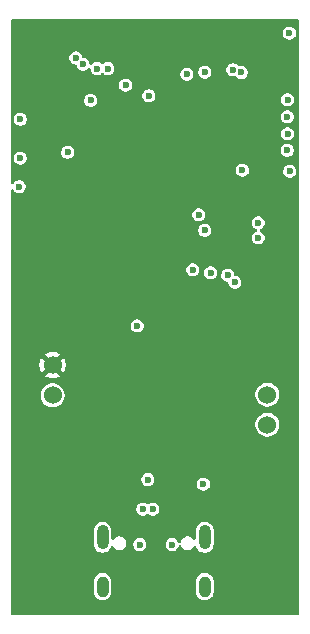
<source format=gbr>
%TF.GenerationSoftware,KiCad,Pcbnew,9.0.5*%
%TF.CreationDate,2025-11-05T18:30:54-05:00*%
%TF.ProjectId,flight-computer,666c6967-6874-42d6-936f-6d7075746572,rev?*%
%TF.SameCoordinates,Original*%
%TF.FileFunction,Copper,L2,Inr*%
%TF.FilePolarity,Positive*%
%FSLAX46Y46*%
G04 Gerber Fmt 4.6, Leading zero omitted, Abs format (unit mm)*
G04 Created by KiCad (PCBNEW 9.0.5) date 2025-11-05 18:30:54*
%MOMM*%
%LPD*%
G01*
G04 APERTURE LIST*
%TA.AperFunction,ComponentPad*%
%ADD10C,1.524000*%
%TD*%
%TA.AperFunction,HeatsinkPad*%
%ADD11O,1.000000X1.800000*%
%TD*%
%TA.AperFunction,HeatsinkPad*%
%ADD12O,1.000000X2.100000*%
%TD*%
%TA.AperFunction,ComponentPad*%
%ADD13C,3.800000*%
%TD*%
%TA.AperFunction,HeatsinkPad*%
%ADD14C,0.600000*%
%TD*%
%TA.AperFunction,ViaPad*%
%ADD15C,0.600000*%
%TD*%
G04 APERTURE END LIST*
D10*
%TO.N,Net-(J6-Pin_2)*%
%TO.C,J6*%
X154281895Y-111071655D03*
%TO.N,Net-(J6-Pin_1)*%
X154281895Y-113611655D03*
%TD*%
%TO.N,VBUS*%
%TO.C,J3*%
X136106895Y-111111555D03*
%TO.N,GND*%
X136106895Y-108571555D03*
%TD*%
D11*
%TO.N,unconnected-(J5-SHIELD-PadS1)_3*%
%TO.C,J5*%
X148981895Y-127321555D03*
D12*
%TO.N,unconnected-(J5-SHIELD-PadS1)_2*%
X148981895Y-123141555D03*
D11*
%TO.N,unconnected-(J5-SHIELD-PadS1)_1*%
X140341895Y-127321555D03*
D12*
%TO.N,unconnected-(J5-SHIELD-PadS1)*%
X140341895Y-123141555D03*
%TD*%
D13*
%TO.N,GND*%
%TO.C,H2*%
X153982000Y-103200000D03*
%TD*%
%TO.N,GND*%
%TO.C,H4*%
X153982000Y-126450000D03*
%TD*%
%TO.N,GND*%
%TO.C,H1*%
X135582000Y-103200000D03*
%TD*%
%TO.N,GND*%
%TO.C,H3*%
X135582000Y-126450000D03*
%TD*%
D14*
%TO.N,GND*%
%TO.C,U2*%
X144867600Y-88300000D03*
X144867600Y-89700000D03*
X145567600Y-87600000D03*
X145567600Y-89000000D03*
X145567600Y-90400000D03*
X146267600Y-88300000D03*
X146267600Y-89700000D03*
X146967600Y-87600000D03*
X146967600Y-89000000D03*
X146967600Y-90400000D03*
X147667600Y-88300000D03*
X147667600Y-89700000D03*
%TD*%
D15*
%TO.N,GND*%
X155281895Y-84346555D03*
X156581895Y-84246555D03*
%TO.N,+3.3V*%
X156161895Y-80446555D03*
%TO.N,GND*%
X146981895Y-103546555D03*
X134481895Y-90946555D03*
X144781895Y-97346555D03*
X148481895Y-81446555D03*
%TO.N,+3.3V*%
X148981895Y-83746555D03*
%TO.N,GND*%
X148181895Y-82746555D03*
%TO.N,+3.3V*%
X148881895Y-118646555D03*
%TO.N,GND*%
X142981895Y-109746555D03*
%TO.N,+3.3V*%
X143256895Y-105246555D03*
%TO.N,GND*%
X142981895Y-102246555D03*
X144981895Y-109746555D03*
X137981895Y-85246555D03*
X152250362Y-90043964D03*
X152223613Y-85524835D03*
X152250801Y-87060929D03*
X152250801Y-88556242D03*
X141481895Y-105246555D03*
%TO.N,+3.3V*%
X144267601Y-85746555D03*
%TO.N,GND*%
X147231895Y-107746555D03*
X147281895Y-104546555D03*
X153981895Y-80146555D03*
X148731895Y-113996555D03*
X144999494Y-86343110D03*
X147231895Y-113996555D03*
X141481895Y-101246555D03*
X148231895Y-121246555D03*
X141481895Y-121246555D03*
%TO.N,+3.3V*%
X139331895Y-86146555D03*
X148481895Y-95846555D03*
X144181895Y-118246555D03*
X148981895Y-97146555D03*
%TO.N,USB_D-*%
X143736895Y-120746555D03*
%TO.N,USB_D+*%
X144586895Y-120746555D03*
%TO.N,Net-(J5-CC2)*%
X146231895Y-123746555D03*
%TO.N,Remote Start 1*%
X149481895Y-100746555D03*
%TO.N,Remote Start 2*%
X147981895Y-100496555D03*
%TO.N,Net-(J5-CC1)*%
X143481895Y-123746555D03*
%TO.N,Net-(J1-Pin_6)*%
X133281895Y-93446555D03*
%TO.N,LSM_CS*%
X151381895Y-83546555D03*
%TO.N,LSM_MISO*%
X140781895Y-83446555D03*
%TO.N,LSM_INT2*%
X147481895Y-83946555D03*
%TO.N,LSM_INT1*%
X142281895Y-84846555D03*
%TO.N,LSM_MOSI*%
X139881895Y-83446555D03*
%TO.N,FIN_DRDY*%
X137381895Y-90546555D03*
%TO.N,FIN_RST*%
X152181895Y-92046555D03*
%TO.N,LSM_SCK*%
X152093410Y-83783727D03*
%TO.N,Net-(J1-Pin_4)*%
X133381895Y-87746555D03*
%TO.N,Net-(J2-Pin_2)*%
X156181895Y-92146555D03*
%TO.N,IMP_OUT1*%
X138081895Y-82546555D03*
%TO.N,IMP_OUT2*%
X138681895Y-83089449D03*
%TO.N,Net-(J1-Pin_5)*%
X133381895Y-91046555D03*
%TO.N,Net-(J2-Pin_6)*%
X155997193Y-86078955D03*
%TO.N,Net-(J2-Pin_4)*%
X155997193Y-88978955D03*
%TO.N,Net-(J2-Pin_3)*%
X155981549Y-90380854D03*
%TO.N,Net-(J2-Pin_5)*%
X155981895Y-87546555D03*
%TO.N,USB_D-*%
X150931374Y-100946034D03*
%TO.N,USB_D+*%
X151532416Y-101547076D03*
%TO.N,USB_D-*%
X153517600Y-96520000D03*
%TO.N,USB_D+*%
X153517600Y-97790000D03*
%TD*%
%TA.AperFunction,Conductor*%
%TO.N,GND*%
G36*
X156922539Y-79266740D02*
G01*
X156968294Y-79319544D01*
X156979500Y-79371055D01*
X156979500Y-129622055D01*
X156959815Y-129689094D01*
X156907011Y-129734849D01*
X156855500Y-129746055D01*
X132704500Y-129746055D01*
X132637461Y-129726370D01*
X132591706Y-129673566D01*
X132580500Y-129622055D01*
X132580500Y-127795475D01*
X139591394Y-127795475D01*
X139620235Y-127940462D01*
X139620238Y-127940472D01*
X139676807Y-128077043D01*
X139676814Y-128077056D01*
X139758943Y-128199970D01*
X139758946Y-128199974D01*
X139863475Y-128304503D01*
X139863479Y-128304506D01*
X139986393Y-128386635D01*
X139986406Y-128386642D01*
X140122977Y-128443211D01*
X140122982Y-128443213D01*
X140122986Y-128443213D01*
X140122987Y-128443214D01*
X140267974Y-128472055D01*
X140267977Y-128472055D01*
X140415815Y-128472055D01*
X140513357Y-128452651D01*
X140560808Y-128443213D01*
X140697390Y-128386639D01*
X140820311Y-128304506D01*
X140924846Y-128199971D01*
X141006979Y-128077050D01*
X141063553Y-127940468D01*
X141092395Y-127795475D01*
X148231394Y-127795475D01*
X148260235Y-127940462D01*
X148260238Y-127940472D01*
X148316807Y-128077043D01*
X148316814Y-128077056D01*
X148398943Y-128199970D01*
X148398946Y-128199974D01*
X148503475Y-128304503D01*
X148503479Y-128304506D01*
X148626393Y-128386635D01*
X148626406Y-128386642D01*
X148762977Y-128443211D01*
X148762982Y-128443213D01*
X148762986Y-128443213D01*
X148762987Y-128443214D01*
X148907974Y-128472055D01*
X148907977Y-128472055D01*
X149055815Y-128472055D01*
X149153357Y-128452651D01*
X149200808Y-128443213D01*
X149337390Y-128386639D01*
X149460311Y-128304506D01*
X149564846Y-128199971D01*
X149646979Y-128077050D01*
X149703553Y-127940468D01*
X149732395Y-127795473D01*
X149732395Y-126847637D01*
X149732395Y-126847634D01*
X149703554Y-126702647D01*
X149703553Y-126702646D01*
X149703553Y-126702642D01*
X149703551Y-126702637D01*
X149646982Y-126566066D01*
X149646975Y-126566053D01*
X149564846Y-126443139D01*
X149564843Y-126443135D01*
X149460314Y-126338606D01*
X149460310Y-126338603D01*
X149337396Y-126256474D01*
X149337383Y-126256467D01*
X149200812Y-126199898D01*
X149200802Y-126199895D01*
X149055815Y-126171055D01*
X149055813Y-126171055D01*
X148907977Y-126171055D01*
X148907975Y-126171055D01*
X148762987Y-126199895D01*
X148762977Y-126199898D01*
X148626406Y-126256467D01*
X148626393Y-126256474D01*
X148503479Y-126338603D01*
X148503475Y-126338606D01*
X148398946Y-126443135D01*
X148398943Y-126443139D01*
X148316814Y-126566053D01*
X148316807Y-126566066D01*
X148260238Y-126702637D01*
X148260235Y-126702647D01*
X148231395Y-126847634D01*
X148231395Y-126847637D01*
X148231395Y-127795473D01*
X148231395Y-127795475D01*
X148231394Y-127795475D01*
X141092395Y-127795475D01*
X141092395Y-127795473D01*
X141092395Y-126847637D01*
X141092395Y-126847634D01*
X141063554Y-126702647D01*
X141063553Y-126702646D01*
X141063553Y-126702642D01*
X141063551Y-126702637D01*
X141006982Y-126566066D01*
X141006975Y-126566053D01*
X140924846Y-126443139D01*
X140924843Y-126443135D01*
X140820314Y-126338606D01*
X140820310Y-126338603D01*
X140697396Y-126256474D01*
X140697383Y-126256467D01*
X140560812Y-126199898D01*
X140560802Y-126199895D01*
X140415815Y-126171055D01*
X140415813Y-126171055D01*
X140267977Y-126171055D01*
X140267975Y-126171055D01*
X140122987Y-126199895D01*
X140122977Y-126199898D01*
X139986406Y-126256467D01*
X139986393Y-126256474D01*
X139863479Y-126338603D01*
X139863475Y-126338606D01*
X139758946Y-126443135D01*
X139758943Y-126443139D01*
X139676814Y-126566053D01*
X139676807Y-126566066D01*
X139620238Y-126702637D01*
X139620235Y-126702647D01*
X139591395Y-126847634D01*
X139591395Y-126847637D01*
X139591395Y-127795473D01*
X139591395Y-127795475D01*
X139591394Y-127795475D01*
X132580500Y-127795475D01*
X132580500Y-123765475D01*
X139591394Y-123765475D01*
X139620235Y-123910462D01*
X139620238Y-123910472D01*
X139676807Y-124047043D01*
X139676814Y-124047056D01*
X139758943Y-124169970D01*
X139758946Y-124169974D01*
X139863475Y-124274503D01*
X139863479Y-124274506D01*
X139986393Y-124356635D01*
X139986406Y-124356642D01*
X140122977Y-124413211D01*
X140122982Y-124413213D01*
X140122986Y-124413213D01*
X140122987Y-124413214D01*
X140267974Y-124442055D01*
X140267977Y-124442055D01*
X140415815Y-124442055D01*
X140513357Y-124422651D01*
X140560808Y-124413213D01*
X140697390Y-124356639D01*
X140820311Y-124274506D01*
X140924846Y-124169971D01*
X141006979Y-124047050D01*
X141050488Y-123942008D01*
X141094326Y-123887610D01*
X141160620Y-123865544D01*
X141228319Y-123882823D01*
X141272434Y-123927464D01*
X141311380Y-123994920D01*
X141418530Y-124102070D01*
X141549760Y-124177836D01*
X141696129Y-124217055D01*
X141696131Y-124217055D01*
X141847659Y-124217055D01*
X141847661Y-124217055D01*
X141994030Y-124177836D01*
X142125260Y-124102070D01*
X142232410Y-123994920D01*
X142308176Y-123863690D01*
X142347395Y-123717321D01*
X142347395Y-123674080D01*
X142931395Y-123674080D01*
X142931395Y-123819030D01*
X142964349Y-123942013D01*
X142968912Y-123959043D01*
X143041383Y-124084566D01*
X143041385Y-124084568D01*
X143041386Y-124084570D01*
X143143880Y-124187064D01*
X143143881Y-124187065D01*
X143143883Y-124187066D01*
X143269406Y-124259537D01*
X143269407Y-124259537D01*
X143269410Y-124259539D01*
X143409420Y-124297055D01*
X143409423Y-124297055D01*
X143554367Y-124297055D01*
X143554370Y-124297055D01*
X143694380Y-124259539D01*
X143819910Y-124187064D01*
X143922404Y-124084570D01*
X143994879Y-123959040D01*
X144032395Y-123819030D01*
X144032395Y-123674080D01*
X145681395Y-123674080D01*
X145681395Y-123819030D01*
X145714349Y-123942013D01*
X145718912Y-123959043D01*
X145791383Y-124084566D01*
X145791385Y-124084568D01*
X145791386Y-124084570D01*
X145893880Y-124187064D01*
X145893881Y-124187065D01*
X145893883Y-124187066D01*
X146019406Y-124259537D01*
X146019407Y-124259537D01*
X146019410Y-124259539D01*
X146159420Y-124297055D01*
X146159423Y-124297055D01*
X146304367Y-124297055D01*
X146304370Y-124297055D01*
X146444380Y-124259539D01*
X146569910Y-124187064D01*
X146672404Y-124084570D01*
X146744879Y-123959040D01*
X146773247Y-123853168D01*
X146809611Y-123793511D01*
X146872458Y-123762982D01*
X146941834Y-123771277D01*
X146995712Y-123815762D01*
X147012794Y-123853168D01*
X147015614Y-123863690D01*
X147091380Y-123994920D01*
X147198530Y-124102070D01*
X147329760Y-124177836D01*
X147476129Y-124217055D01*
X147476131Y-124217055D01*
X147627659Y-124217055D01*
X147627661Y-124217055D01*
X147774030Y-124177836D01*
X147905260Y-124102070D01*
X148012410Y-123994920D01*
X148051355Y-123927464D01*
X148101922Y-123879249D01*
X148170529Y-123866026D01*
X148235394Y-123891994D01*
X148273303Y-123942013D01*
X148316807Y-124047043D01*
X148316814Y-124047056D01*
X148398943Y-124169970D01*
X148398946Y-124169974D01*
X148503475Y-124274503D01*
X148503479Y-124274506D01*
X148626393Y-124356635D01*
X148626406Y-124356642D01*
X148762977Y-124413211D01*
X148762982Y-124413213D01*
X148762986Y-124413213D01*
X148762987Y-124413214D01*
X148907974Y-124442055D01*
X148907977Y-124442055D01*
X149055815Y-124442055D01*
X149153357Y-124422651D01*
X149200808Y-124413213D01*
X149337390Y-124356639D01*
X149460311Y-124274506D01*
X149564846Y-124169971D01*
X149646979Y-124047050D01*
X149703553Y-123910468D01*
X149726818Y-123793511D01*
X149732395Y-123765475D01*
X149732395Y-122517634D01*
X149703554Y-122372647D01*
X149703553Y-122372646D01*
X149703553Y-122372642D01*
X149703551Y-122372637D01*
X149646982Y-122236066D01*
X149646975Y-122236053D01*
X149564846Y-122113139D01*
X149564843Y-122113135D01*
X149460314Y-122008606D01*
X149460310Y-122008603D01*
X149337396Y-121926474D01*
X149337383Y-121926467D01*
X149200812Y-121869898D01*
X149200802Y-121869895D01*
X149055815Y-121841055D01*
X149055813Y-121841055D01*
X148907977Y-121841055D01*
X148907975Y-121841055D01*
X148762987Y-121869895D01*
X148762977Y-121869898D01*
X148626406Y-121926467D01*
X148626393Y-121926474D01*
X148503479Y-122008603D01*
X148503475Y-122008606D01*
X148398946Y-122113135D01*
X148398943Y-122113139D01*
X148316814Y-122236053D01*
X148316807Y-122236066D01*
X148260238Y-122372637D01*
X148260235Y-122372647D01*
X148231395Y-122517634D01*
X148231395Y-123208285D01*
X148211710Y-123275324D01*
X148158906Y-123321079D01*
X148089748Y-123331023D01*
X148026192Y-123301998D01*
X148018383Y-123293710D01*
X148018157Y-123293937D01*
X147905262Y-123181042D01*
X147905260Y-123181040D01*
X147839645Y-123143157D01*
X147774031Y-123105274D01*
X147700845Y-123085664D01*
X147627661Y-123066055D01*
X147476129Y-123066055D01*
X147329758Y-123105274D01*
X147198530Y-123181040D01*
X147198527Y-123181042D01*
X147091382Y-123288187D01*
X147091380Y-123288190D01*
X147015615Y-123419418D01*
X146984661Y-123534939D01*
X146948296Y-123594599D01*
X146885449Y-123625128D01*
X146816073Y-123616833D01*
X146762195Y-123572348D01*
X146748117Y-123541520D01*
X146747987Y-123541574D01*
X146746478Y-123537931D01*
X146745111Y-123534939D01*
X146744879Y-123534070D01*
X146744877Y-123534066D01*
X146744877Y-123534065D01*
X146672406Y-123408543D01*
X146672401Y-123408537D01*
X146569912Y-123306048D01*
X146569906Y-123306043D01*
X146444383Y-123233572D01*
X146444384Y-123233572D01*
X146432901Y-123230495D01*
X146304370Y-123196055D01*
X146159420Y-123196055D01*
X146030888Y-123230495D01*
X146019406Y-123233572D01*
X145893883Y-123306043D01*
X145893877Y-123306048D01*
X145791388Y-123408537D01*
X145791383Y-123408543D01*
X145718912Y-123534066D01*
X145718911Y-123534070D01*
X145681395Y-123674080D01*
X144032395Y-123674080D01*
X143994879Y-123534070D01*
X143928684Y-123419418D01*
X143922406Y-123408543D01*
X143922401Y-123408537D01*
X143819912Y-123306048D01*
X143819906Y-123306043D01*
X143694383Y-123233572D01*
X143694384Y-123233572D01*
X143682901Y-123230495D01*
X143554370Y-123196055D01*
X143409420Y-123196055D01*
X143280888Y-123230495D01*
X143269406Y-123233572D01*
X143143883Y-123306043D01*
X143143877Y-123306048D01*
X143041388Y-123408537D01*
X143041383Y-123408543D01*
X142968912Y-123534066D01*
X142968911Y-123534070D01*
X142931395Y-123674080D01*
X142347395Y-123674080D01*
X142347395Y-123565789D01*
X142308176Y-123419420D01*
X142232410Y-123288190D01*
X142125260Y-123181040D01*
X142059645Y-123143157D01*
X141994031Y-123105274D01*
X141920845Y-123085664D01*
X141847661Y-123066055D01*
X141696129Y-123066055D01*
X141549758Y-123105274D01*
X141418530Y-123181040D01*
X141418527Y-123181042D01*
X141305633Y-123293937D01*
X141303614Y-123291918D01*
X141258340Y-123324975D01*
X141188593Y-123329128D01*
X141127674Y-123294914D01*
X141094923Y-123233196D01*
X141092395Y-123208285D01*
X141092395Y-122517634D01*
X141063554Y-122372647D01*
X141063553Y-122372646D01*
X141063553Y-122372642D01*
X141063551Y-122372637D01*
X141006982Y-122236066D01*
X141006975Y-122236053D01*
X140924846Y-122113139D01*
X140924843Y-122113135D01*
X140820314Y-122008606D01*
X140820310Y-122008603D01*
X140697396Y-121926474D01*
X140697383Y-121926467D01*
X140560812Y-121869898D01*
X140560802Y-121869895D01*
X140415815Y-121841055D01*
X140415813Y-121841055D01*
X140267977Y-121841055D01*
X140267975Y-121841055D01*
X140122987Y-121869895D01*
X140122977Y-121869898D01*
X139986406Y-121926467D01*
X139986393Y-121926474D01*
X139863479Y-122008603D01*
X139863475Y-122008606D01*
X139758946Y-122113135D01*
X139758943Y-122113139D01*
X139676814Y-122236053D01*
X139676807Y-122236066D01*
X139620238Y-122372637D01*
X139620235Y-122372647D01*
X139591395Y-122517634D01*
X139591395Y-122517637D01*
X139591395Y-123765473D01*
X139591395Y-123765475D01*
X139591394Y-123765475D01*
X132580500Y-123765475D01*
X132580500Y-120674080D01*
X143186395Y-120674080D01*
X143186395Y-120819030D01*
X143223911Y-120959040D01*
X143223912Y-120959043D01*
X143296383Y-121084566D01*
X143296385Y-121084568D01*
X143296386Y-121084570D01*
X143398880Y-121187064D01*
X143398881Y-121187065D01*
X143398883Y-121187066D01*
X143524406Y-121259537D01*
X143524407Y-121259537D01*
X143524410Y-121259539D01*
X143664420Y-121297055D01*
X143664423Y-121297055D01*
X143809367Y-121297055D01*
X143809370Y-121297055D01*
X143949380Y-121259539D01*
X144074910Y-121187064D01*
X144074914Y-121187059D01*
X144081356Y-121182117D01*
X144082298Y-121183345D01*
X144135537Y-121154275D01*
X144205229Y-121159259D01*
X144241892Y-121182822D01*
X144242434Y-121182117D01*
X144248883Y-121187066D01*
X144374406Y-121259537D01*
X144374407Y-121259537D01*
X144374410Y-121259539D01*
X144514420Y-121297055D01*
X144514423Y-121297055D01*
X144659367Y-121297055D01*
X144659370Y-121297055D01*
X144799380Y-121259539D01*
X144924910Y-121187064D01*
X145027404Y-121084570D01*
X145099879Y-120959040D01*
X145137395Y-120819030D01*
X145137395Y-120674080D01*
X145099879Y-120534070D01*
X145027404Y-120408540D01*
X144924910Y-120306046D01*
X144924908Y-120306045D01*
X144924906Y-120306043D01*
X144799383Y-120233572D01*
X144799384Y-120233572D01*
X144787901Y-120230495D01*
X144659370Y-120196055D01*
X144514420Y-120196055D01*
X144385888Y-120230495D01*
X144374406Y-120233572D01*
X144248883Y-120306043D01*
X144242434Y-120310993D01*
X144241491Y-120309764D01*
X144188253Y-120338835D01*
X144118561Y-120333851D01*
X144081897Y-120310287D01*
X144081356Y-120310993D01*
X144074906Y-120306043D01*
X143949383Y-120233572D01*
X143949384Y-120233572D01*
X143937901Y-120230495D01*
X143809370Y-120196055D01*
X143664420Y-120196055D01*
X143535888Y-120230495D01*
X143524406Y-120233572D01*
X143398883Y-120306043D01*
X143398877Y-120306048D01*
X143296388Y-120408537D01*
X143296383Y-120408543D01*
X143223912Y-120534066D01*
X143223911Y-120534070D01*
X143186395Y-120674080D01*
X132580500Y-120674080D01*
X132580500Y-118174080D01*
X143631395Y-118174080D01*
X143631395Y-118319030D01*
X143668911Y-118459040D01*
X143668912Y-118459043D01*
X143741383Y-118584566D01*
X143741385Y-118584568D01*
X143741386Y-118584570D01*
X143843880Y-118687064D01*
X143843881Y-118687065D01*
X143843883Y-118687066D01*
X143969406Y-118759537D01*
X143969407Y-118759537D01*
X143969410Y-118759539D01*
X144109420Y-118797055D01*
X144109423Y-118797055D01*
X144254367Y-118797055D01*
X144254370Y-118797055D01*
X144394380Y-118759539D01*
X144519910Y-118687064D01*
X144622404Y-118584570D01*
X144628460Y-118574080D01*
X148331395Y-118574080D01*
X148331395Y-118719030D01*
X148352302Y-118797055D01*
X148368912Y-118859043D01*
X148441383Y-118984566D01*
X148441385Y-118984568D01*
X148441386Y-118984570D01*
X148543880Y-119087064D01*
X148543881Y-119087065D01*
X148543883Y-119087066D01*
X148669406Y-119159537D01*
X148669407Y-119159537D01*
X148669410Y-119159539D01*
X148809420Y-119197055D01*
X148809423Y-119197055D01*
X148954367Y-119197055D01*
X148954370Y-119197055D01*
X149094380Y-119159539D01*
X149219910Y-119087064D01*
X149322404Y-118984570D01*
X149394879Y-118859040D01*
X149432395Y-118719030D01*
X149432395Y-118574080D01*
X149394879Y-118434070D01*
X149328460Y-118319030D01*
X149322406Y-118308543D01*
X149322401Y-118308537D01*
X149219912Y-118206048D01*
X149219906Y-118206043D01*
X149094383Y-118133572D01*
X149094384Y-118133572D01*
X149082901Y-118130495D01*
X148954370Y-118096055D01*
X148809420Y-118096055D01*
X148680888Y-118130495D01*
X148669406Y-118133572D01*
X148543883Y-118206043D01*
X148543877Y-118206048D01*
X148441388Y-118308537D01*
X148441383Y-118308543D01*
X148368912Y-118434066D01*
X148368911Y-118434070D01*
X148331395Y-118574080D01*
X144628460Y-118574080D01*
X144694879Y-118459040D01*
X144732395Y-118319030D01*
X144732395Y-118174080D01*
X144694879Y-118034070D01*
X144622404Y-117908540D01*
X144519910Y-117806046D01*
X144519908Y-117806045D01*
X144519906Y-117806043D01*
X144394383Y-117733572D01*
X144394384Y-117733572D01*
X144382901Y-117730495D01*
X144254370Y-117696055D01*
X144109420Y-117696055D01*
X143980888Y-117730495D01*
X143969406Y-117733572D01*
X143843883Y-117806043D01*
X143843877Y-117806048D01*
X143741388Y-117908537D01*
X143741383Y-117908543D01*
X143668912Y-118034066D01*
X143668911Y-118034070D01*
X143631395Y-118174080D01*
X132580500Y-118174080D01*
X132580500Y-113711380D01*
X153269394Y-113711380D01*
X153308303Y-113906984D01*
X153308306Y-113906994D01*
X153384625Y-114091247D01*
X153384632Y-114091260D01*
X153495434Y-114257085D01*
X153495437Y-114257089D01*
X153636460Y-114398112D01*
X153636464Y-114398115D01*
X153802289Y-114508917D01*
X153802302Y-114508924D01*
X153986555Y-114585243D01*
X153986560Y-114585245D01*
X153986564Y-114585245D01*
X153986565Y-114585246D01*
X154182169Y-114624155D01*
X154182172Y-114624155D01*
X154381620Y-114624155D01*
X154513219Y-114597977D01*
X154577230Y-114585245D01*
X154761494Y-114508921D01*
X154927326Y-114398115D01*
X155068355Y-114257086D01*
X155179161Y-114091254D01*
X155255485Y-113906990D01*
X155294395Y-113711378D01*
X155294395Y-113511932D01*
X155294395Y-113511929D01*
X155255486Y-113316325D01*
X155255485Y-113316324D01*
X155255485Y-113316320D01*
X155255483Y-113316315D01*
X155179164Y-113132062D01*
X155179157Y-113132049D01*
X155068355Y-112966224D01*
X155068352Y-112966220D01*
X154927329Y-112825197D01*
X154927325Y-112825194D01*
X154761500Y-112714392D01*
X154761487Y-112714385D01*
X154577234Y-112638066D01*
X154577224Y-112638063D01*
X154381620Y-112599155D01*
X154381618Y-112599155D01*
X154182172Y-112599155D01*
X154182170Y-112599155D01*
X153986565Y-112638063D01*
X153986555Y-112638066D01*
X153802302Y-112714385D01*
X153802289Y-112714392D01*
X153636464Y-112825194D01*
X153636460Y-112825197D01*
X153495437Y-112966220D01*
X153495434Y-112966224D01*
X153384632Y-113132049D01*
X153384625Y-113132062D01*
X153308306Y-113316315D01*
X153308303Y-113316325D01*
X153269395Y-113511929D01*
X153269395Y-113511932D01*
X153269395Y-113711378D01*
X153269395Y-113711380D01*
X153269394Y-113711380D01*
X132580500Y-113711380D01*
X132580500Y-111211280D01*
X135094394Y-111211280D01*
X135133303Y-111406884D01*
X135133306Y-111406894D01*
X135209625Y-111591147D01*
X135209632Y-111591160D01*
X135320434Y-111756985D01*
X135320437Y-111756989D01*
X135461460Y-111898012D01*
X135461464Y-111898015D01*
X135627289Y-112008817D01*
X135627302Y-112008824D01*
X135715234Y-112045246D01*
X135811560Y-112085145D01*
X135811564Y-112085145D01*
X135811565Y-112085146D01*
X136007169Y-112124055D01*
X136007172Y-112124055D01*
X136206620Y-112124055D01*
X136338219Y-112097877D01*
X136402230Y-112085145D01*
X136586494Y-112008821D01*
X136752326Y-111898015D01*
X136893355Y-111756986D01*
X137004161Y-111591154D01*
X137020686Y-111551260D01*
X137080483Y-111406894D01*
X137080485Y-111406890D01*
X137119395Y-111211278D01*
X137119395Y-111171380D01*
X153269394Y-111171380D01*
X153308303Y-111366984D01*
X153308306Y-111366994D01*
X153384625Y-111551247D01*
X153384632Y-111551260D01*
X153495434Y-111717085D01*
X153495437Y-111717089D01*
X153636460Y-111858112D01*
X153636464Y-111858115D01*
X153802289Y-111968917D01*
X153802302Y-111968924D01*
X153986555Y-112045243D01*
X153986560Y-112045245D01*
X153986564Y-112045245D01*
X153986565Y-112045246D01*
X154182169Y-112084155D01*
X154182172Y-112084155D01*
X154381620Y-112084155D01*
X154513219Y-112057977D01*
X154577230Y-112045245D01*
X154761494Y-111968921D01*
X154927326Y-111858115D01*
X155068355Y-111717086D01*
X155179161Y-111551254D01*
X155255485Y-111366990D01*
X155286458Y-111211280D01*
X155294395Y-111171380D01*
X155294395Y-110971929D01*
X155255486Y-110776325D01*
X155255485Y-110776324D01*
X155255485Y-110776320D01*
X155255483Y-110776315D01*
X155179164Y-110592062D01*
X155179157Y-110592049D01*
X155068355Y-110426224D01*
X155068352Y-110426220D01*
X154927329Y-110285197D01*
X154927325Y-110285194D01*
X154761500Y-110174392D01*
X154761487Y-110174385D01*
X154577234Y-110098066D01*
X154577224Y-110098063D01*
X154381620Y-110059155D01*
X154381618Y-110059155D01*
X154182172Y-110059155D01*
X154182170Y-110059155D01*
X153986565Y-110098063D01*
X153986555Y-110098066D01*
X153802302Y-110174385D01*
X153802289Y-110174392D01*
X153636464Y-110285194D01*
X153636460Y-110285197D01*
X153495437Y-110426220D01*
X153495434Y-110426224D01*
X153384632Y-110592049D01*
X153384625Y-110592062D01*
X153308306Y-110776315D01*
X153308303Y-110776325D01*
X153269395Y-110971929D01*
X153269395Y-110971932D01*
X153269395Y-111171378D01*
X153269395Y-111171380D01*
X153269394Y-111171380D01*
X137119395Y-111171380D01*
X137119395Y-111011832D01*
X137119395Y-111011829D01*
X137115059Y-110990032D01*
X137115059Y-110990031D01*
X137080486Y-110816227D01*
X137080486Y-110816225D01*
X137080485Y-110816220D01*
X137063956Y-110776315D01*
X137004164Y-110631962D01*
X137004157Y-110631949D01*
X136893355Y-110466124D01*
X136893352Y-110466120D01*
X136752329Y-110325097D01*
X136752325Y-110325094D01*
X136586500Y-110214292D01*
X136586487Y-110214285D01*
X136402234Y-110137966D01*
X136402224Y-110137963D01*
X136206620Y-110099055D01*
X136206618Y-110099055D01*
X136007172Y-110099055D01*
X136007170Y-110099055D01*
X135811565Y-110137963D01*
X135811555Y-110137966D01*
X135627302Y-110214285D01*
X135627289Y-110214292D01*
X135461464Y-110325094D01*
X135461460Y-110325097D01*
X135320437Y-110466120D01*
X135320434Y-110466124D01*
X135209632Y-110631949D01*
X135209625Y-110631962D01*
X135133306Y-110816215D01*
X135133303Y-110816225D01*
X135094395Y-111011829D01*
X135094395Y-111011832D01*
X135094395Y-111211278D01*
X135094395Y-111211280D01*
X135094394Y-111211280D01*
X132580500Y-111211280D01*
X132580500Y-108484033D01*
X134994895Y-108484033D01*
X134994895Y-108659076D01*
X135022276Y-108831950D01*
X135022276Y-108831953D01*
X135076362Y-108998412D01*
X135155827Y-109154370D01*
X135191768Y-109203837D01*
X135191769Y-109203838D01*
X135653082Y-108742524D01*
X135657184Y-108757832D01*
X135720719Y-108867878D01*
X135810572Y-108957731D01*
X135920618Y-109021266D01*
X135935924Y-109025367D01*
X135474610Y-109486680D01*
X135524080Y-109522623D01*
X135680037Y-109602087D01*
X135846498Y-109656173D01*
X136019374Y-109683555D01*
X136194416Y-109683555D01*
X136367290Y-109656173D01*
X136367293Y-109656173D01*
X136533752Y-109602087D01*
X136689710Y-109522622D01*
X136739177Y-109486681D01*
X136739177Y-109486680D01*
X136277865Y-109025367D01*
X136293172Y-109021266D01*
X136403218Y-108957731D01*
X136493071Y-108867878D01*
X136556606Y-108757832D01*
X136560707Y-108742525D01*
X137022020Y-109203837D01*
X137022021Y-109203837D01*
X137057962Y-109154370D01*
X137137427Y-108998412D01*
X137191513Y-108831953D01*
X137191513Y-108831950D01*
X137218895Y-108659076D01*
X137218895Y-108484033D01*
X137191513Y-108311159D01*
X137191513Y-108311156D01*
X137137427Y-108144697D01*
X137057963Y-107988740D01*
X137022020Y-107939271D01*
X137022020Y-107939270D01*
X136560707Y-108400583D01*
X136556606Y-108385278D01*
X136493071Y-108275232D01*
X136403218Y-108185379D01*
X136293172Y-108121844D01*
X136277865Y-108117742D01*
X136739178Y-107656429D01*
X136739177Y-107656428D01*
X136689710Y-107620487D01*
X136533752Y-107541022D01*
X136367291Y-107486936D01*
X136194416Y-107459555D01*
X136019374Y-107459555D01*
X135846499Y-107486936D01*
X135846496Y-107486936D01*
X135680037Y-107541022D01*
X135524076Y-107620489D01*
X135474611Y-107656427D01*
X135474611Y-107656429D01*
X135935925Y-108117742D01*
X135920618Y-108121844D01*
X135810572Y-108185379D01*
X135720719Y-108275232D01*
X135657184Y-108385278D01*
X135653082Y-108400584D01*
X135191769Y-107939271D01*
X135191767Y-107939271D01*
X135155829Y-107988736D01*
X135076362Y-108144697D01*
X135022276Y-108311156D01*
X135022276Y-108311159D01*
X134994895Y-108484033D01*
X132580500Y-108484033D01*
X132580500Y-105174080D01*
X142706395Y-105174080D01*
X142706395Y-105319030D01*
X142743911Y-105459040D01*
X142743912Y-105459043D01*
X142816383Y-105584566D01*
X142816385Y-105584568D01*
X142816386Y-105584570D01*
X142918880Y-105687064D01*
X142918881Y-105687065D01*
X142918883Y-105687066D01*
X143044406Y-105759537D01*
X143044407Y-105759537D01*
X143044410Y-105759539D01*
X143184420Y-105797055D01*
X143184423Y-105797055D01*
X143329367Y-105797055D01*
X143329370Y-105797055D01*
X143469380Y-105759539D01*
X143594910Y-105687064D01*
X143697404Y-105584570D01*
X143769879Y-105459040D01*
X143807395Y-105319030D01*
X143807395Y-105174080D01*
X143769879Y-105034070D01*
X143697404Y-104908540D01*
X143594910Y-104806046D01*
X143594908Y-104806045D01*
X143594906Y-104806043D01*
X143469383Y-104733572D01*
X143469384Y-104733572D01*
X143457901Y-104730495D01*
X143329370Y-104696055D01*
X143184420Y-104696055D01*
X143055888Y-104730495D01*
X143044406Y-104733572D01*
X142918883Y-104806043D01*
X142918877Y-104806048D01*
X142816388Y-104908537D01*
X142816383Y-104908543D01*
X142743912Y-105034066D01*
X142743911Y-105034070D01*
X142706395Y-105174080D01*
X132580500Y-105174080D01*
X132580500Y-100424080D01*
X147431395Y-100424080D01*
X147431395Y-100569030D01*
X147459544Y-100674082D01*
X147468912Y-100709043D01*
X147541383Y-100834566D01*
X147541385Y-100834568D01*
X147541386Y-100834570D01*
X147643880Y-100937064D01*
X147643881Y-100937065D01*
X147643883Y-100937066D01*
X147769406Y-101009537D01*
X147769407Y-101009537D01*
X147769410Y-101009539D01*
X147909420Y-101047055D01*
X147909423Y-101047055D01*
X148054367Y-101047055D01*
X148054370Y-101047055D01*
X148194380Y-101009539D01*
X148319910Y-100937064D01*
X148422404Y-100834570D01*
X148494879Y-100709040D01*
X148504247Y-100674080D01*
X148931395Y-100674080D01*
X148931395Y-100819030D01*
X148963023Y-100937066D01*
X148968912Y-100959043D01*
X149041383Y-101084566D01*
X149041385Y-101084568D01*
X149041386Y-101084570D01*
X149143880Y-101187064D01*
X149143881Y-101187065D01*
X149143883Y-101187066D01*
X149269406Y-101259537D01*
X149269407Y-101259537D01*
X149269410Y-101259539D01*
X149409420Y-101297055D01*
X149409423Y-101297055D01*
X149554367Y-101297055D01*
X149554370Y-101297055D01*
X149694380Y-101259539D01*
X149819910Y-101187064D01*
X149922404Y-101084570D01*
X149994879Y-100959040D01*
X150017784Y-100873559D01*
X150380874Y-100873559D01*
X150380874Y-101018509D01*
X150404470Y-101106569D01*
X150418391Y-101158522D01*
X150490862Y-101284045D01*
X150490864Y-101284047D01*
X150490865Y-101284049D01*
X150593359Y-101386543D01*
X150593360Y-101386544D01*
X150593362Y-101386545D01*
X150718885Y-101459016D01*
X150718886Y-101459016D01*
X150718889Y-101459018D01*
X150858899Y-101496534D01*
X150858902Y-101496534D01*
X150866959Y-101497595D01*
X150866756Y-101499129D01*
X150924955Y-101516219D01*
X150970710Y-101569023D01*
X150979973Y-101611607D01*
X150980855Y-101611491D01*
X150981915Y-101619547D01*
X151019433Y-101759564D01*
X151091904Y-101885087D01*
X151091906Y-101885089D01*
X151091907Y-101885091D01*
X151194401Y-101987585D01*
X151194402Y-101987586D01*
X151194404Y-101987587D01*
X151319927Y-102060058D01*
X151319928Y-102060058D01*
X151319931Y-102060060D01*
X151459941Y-102097576D01*
X151459944Y-102097576D01*
X151604888Y-102097576D01*
X151604891Y-102097576D01*
X151744901Y-102060060D01*
X151870431Y-101987585D01*
X151972925Y-101885091D01*
X152045400Y-101759561D01*
X152082916Y-101619551D01*
X152082916Y-101474601D01*
X152045400Y-101334591D01*
X152016219Y-101284049D01*
X151972927Y-101209064D01*
X151972922Y-101209058D01*
X151870433Y-101106569D01*
X151870427Y-101106564D01*
X151744904Y-101034093D01*
X151744905Y-101034093D01*
X151653269Y-101009539D01*
X151604891Y-100996576D01*
X151604887Y-100996575D01*
X151596831Y-100995515D01*
X151597033Y-100993980D01*
X151538835Y-100976891D01*
X151493080Y-100924087D01*
X151483816Y-100881502D01*
X151482935Y-100881619D01*
X151481874Y-100873562D01*
X151481874Y-100873561D01*
X151481874Y-100873559D01*
X151444358Y-100733549D01*
X151430209Y-100709043D01*
X151371885Y-100608022D01*
X151371880Y-100608016D01*
X151269391Y-100505527D01*
X151269385Y-100505522D01*
X151143862Y-100433051D01*
X151143863Y-100433051D01*
X151110390Y-100424082D01*
X151003849Y-100395534D01*
X150858899Y-100395534D01*
X150752358Y-100424082D01*
X150718885Y-100433051D01*
X150593362Y-100505522D01*
X150593356Y-100505527D01*
X150490867Y-100608016D01*
X150490862Y-100608022D01*
X150418391Y-100733545D01*
X150418390Y-100733549D01*
X150380874Y-100873559D01*
X150017784Y-100873559D01*
X150032395Y-100819030D01*
X150032395Y-100674080D01*
X149994879Y-100534070D01*
X149978398Y-100505525D01*
X149922406Y-100408543D01*
X149922401Y-100408537D01*
X149819912Y-100306048D01*
X149819906Y-100306043D01*
X149694383Y-100233572D01*
X149694384Y-100233572D01*
X149682901Y-100230495D01*
X149554370Y-100196055D01*
X149409420Y-100196055D01*
X149280888Y-100230495D01*
X149269406Y-100233572D01*
X149143883Y-100306043D01*
X149143877Y-100306048D01*
X149041388Y-100408537D01*
X149041383Y-100408543D01*
X148968912Y-100534066D01*
X148968911Y-100534070D01*
X148931395Y-100674080D01*
X148504247Y-100674080D01*
X148532395Y-100569030D01*
X148532395Y-100424080D01*
X148494879Y-100284070D01*
X148465723Y-100233571D01*
X148422406Y-100158543D01*
X148422401Y-100158537D01*
X148319912Y-100056048D01*
X148319906Y-100056043D01*
X148194383Y-99983572D01*
X148194384Y-99983572D01*
X148182901Y-99980495D01*
X148054370Y-99946055D01*
X147909420Y-99946055D01*
X147780888Y-99980495D01*
X147769406Y-99983572D01*
X147643883Y-100056043D01*
X147643877Y-100056048D01*
X147541388Y-100158537D01*
X147541383Y-100158543D01*
X147468912Y-100284066D01*
X147468911Y-100284070D01*
X147431395Y-100424080D01*
X132580500Y-100424080D01*
X132580500Y-97074080D01*
X148431395Y-97074080D01*
X148431395Y-97219030D01*
X148466353Y-97349493D01*
X148468912Y-97359043D01*
X148541383Y-97484566D01*
X148541385Y-97484568D01*
X148541386Y-97484570D01*
X148643880Y-97587064D01*
X148643881Y-97587065D01*
X148643883Y-97587066D01*
X148769406Y-97659537D01*
X148769407Y-97659537D01*
X148769410Y-97659539D01*
X148909420Y-97697055D01*
X148909423Y-97697055D01*
X149054367Y-97697055D01*
X149054370Y-97697055D01*
X149194380Y-97659539D01*
X149319910Y-97587064D01*
X149422404Y-97484570D01*
X149494879Y-97359040D01*
X149532395Y-97219030D01*
X149532395Y-97074080D01*
X149494879Y-96934070D01*
X149450968Y-96858015D01*
X149422406Y-96808543D01*
X149422401Y-96808537D01*
X149319912Y-96706048D01*
X149319906Y-96706043D01*
X149194383Y-96633572D01*
X149194384Y-96633572D01*
X149182901Y-96630495D01*
X149054370Y-96596055D01*
X148909420Y-96596055D01*
X148780888Y-96630495D01*
X148769406Y-96633572D01*
X148643883Y-96706043D01*
X148643877Y-96706048D01*
X148541388Y-96808537D01*
X148541383Y-96808543D01*
X148468912Y-96934066D01*
X148468911Y-96934070D01*
X148431395Y-97074080D01*
X132580500Y-97074080D01*
X132580500Y-96447525D01*
X152967100Y-96447525D01*
X152967100Y-96592475D01*
X152997531Y-96706043D01*
X153004617Y-96732488D01*
X153077088Y-96858011D01*
X153077090Y-96858013D01*
X153077091Y-96858015D01*
X153179585Y-96960509D01*
X153179586Y-96960510D01*
X153179588Y-96960511D01*
X153305111Y-97032982D01*
X153305112Y-97032982D01*
X153305115Y-97032984D01*
X153308986Y-97034021D01*
X153313481Y-97035226D01*
X153373141Y-97071591D01*
X153403669Y-97134439D01*
X153395374Y-97203814D01*
X153350888Y-97257691D01*
X153313481Y-97274774D01*
X153305116Y-97277015D01*
X153305111Y-97277017D01*
X153179588Y-97349488D01*
X153179582Y-97349493D01*
X153077093Y-97451982D01*
X153077088Y-97451988D01*
X153004617Y-97577511D01*
X153004616Y-97577515D01*
X152967100Y-97717525D01*
X152967100Y-97862475D01*
X153004616Y-98002485D01*
X153004617Y-98002488D01*
X153077088Y-98128011D01*
X153077090Y-98128013D01*
X153077091Y-98128015D01*
X153179585Y-98230509D01*
X153179586Y-98230510D01*
X153179588Y-98230511D01*
X153305111Y-98302982D01*
X153305112Y-98302982D01*
X153305115Y-98302984D01*
X153445125Y-98340500D01*
X153445128Y-98340500D01*
X153590072Y-98340500D01*
X153590075Y-98340500D01*
X153730085Y-98302984D01*
X153855615Y-98230509D01*
X153958109Y-98128015D01*
X154030584Y-98002485D01*
X154068100Y-97862475D01*
X154068100Y-97717525D01*
X154030584Y-97577515D01*
X153958109Y-97451985D01*
X153855615Y-97349491D01*
X153855613Y-97349490D01*
X153855611Y-97349488D01*
X153730087Y-97277017D01*
X153730086Y-97277016D01*
X153730085Y-97277016D01*
X153721718Y-97274774D01*
X153662059Y-97238410D01*
X153631530Y-97175563D01*
X153639825Y-97106188D01*
X153684310Y-97052310D01*
X153721717Y-97035226D01*
X153730085Y-97032984D01*
X153855615Y-96960509D01*
X153958109Y-96858015D01*
X154030584Y-96732485D01*
X154068100Y-96592475D01*
X154068100Y-96447525D01*
X154030584Y-96307515D01*
X153959601Y-96184570D01*
X153958111Y-96181988D01*
X153958106Y-96181982D01*
X153855617Y-96079493D01*
X153855611Y-96079488D01*
X153730088Y-96007017D01*
X153730089Y-96007017D01*
X153718606Y-96003940D01*
X153590075Y-95969500D01*
X153445125Y-95969500D01*
X153316593Y-96003940D01*
X153305111Y-96007017D01*
X153179588Y-96079488D01*
X153179582Y-96079493D01*
X153077093Y-96181982D01*
X153077088Y-96181988D01*
X153004617Y-96307511D01*
X153004616Y-96307515D01*
X152967100Y-96447525D01*
X132580500Y-96447525D01*
X132580500Y-95774080D01*
X147931395Y-95774080D01*
X147931395Y-95919030D01*
X147968911Y-96059040D01*
X147968912Y-96059043D01*
X148041383Y-96184566D01*
X148041385Y-96184568D01*
X148041386Y-96184570D01*
X148143880Y-96287064D01*
X148143881Y-96287065D01*
X148143883Y-96287066D01*
X148269406Y-96359537D01*
X148269407Y-96359537D01*
X148269410Y-96359539D01*
X148409420Y-96397055D01*
X148409423Y-96397055D01*
X148554367Y-96397055D01*
X148554370Y-96397055D01*
X148694380Y-96359539D01*
X148819910Y-96287064D01*
X148922404Y-96184570D01*
X148994879Y-96059040D01*
X149032395Y-95919030D01*
X149032395Y-95774080D01*
X148994879Y-95634070D01*
X148922404Y-95508540D01*
X148819910Y-95406046D01*
X148819908Y-95406045D01*
X148819906Y-95406043D01*
X148694383Y-95333572D01*
X148694384Y-95333572D01*
X148682901Y-95330495D01*
X148554370Y-95296055D01*
X148409420Y-95296055D01*
X148280888Y-95330495D01*
X148269406Y-95333572D01*
X148143883Y-95406043D01*
X148143877Y-95406048D01*
X148041388Y-95508537D01*
X148041383Y-95508543D01*
X147968912Y-95634066D01*
X147968911Y-95634070D01*
X147931395Y-95774080D01*
X132580500Y-95774080D01*
X132580500Y-93795476D01*
X132600185Y-93728437D01*
X132652989Y-93682682D01*
X132722147Y-93672738D01*
X132785703Y-93701763D01*
X132811886Y-93733475D01*
X132841386Y-93784570D01*
X132943880Y-93887064D01*
X132943881Y-93887065D01*
X132943883Y-93887066D01*
X133069406Y-93959537D01*
X133069407Y-93959537D01*
X133069410Y-93959539D01*
X133209420Y-93997055D01*
X133209423Y-93997055D01*
X133354367Y-93997055D01*
X133354370Y-93997055D01*
X133494380Y-93959539D01*
X133619910Y-93887064D01*
X133722404Y-93784570D01*
X133794879Y-93659040D01*
X133832395Y-93519030D01*
X133832395Y-93374080D01*
X133794879Y-93234070D01*
X133779740Y-93207849D01*
X133722406Y-93108543D01*
X133722401Y-93108537D01*
X133619912Y-93006048D01*
X133619906Y-93006043D01*
X133494383Y-92933572D01*
X133494384Y-92933572D01*
X133482901Y-92930495D01*
X133354370Y-92896055D01*
X133209420Y-92896055D01*
X133080888Y-92930495D01*
X133069406Y-92933572D01*
X132943883Y-93006043D01*
X132943877Y-93006048D01*
X132841388Y-93108537D01*
X132841386Y-93108540D01*
X132811887Y-93159634D01*
X132761319Y-93207849D01*
X132692712Y-93221071D01*
X132627848Y-93195103D01*
X132587320Y-93138189D01*
X132580500Y-93097633D01*
X132580500Y-91974080D01*
X151631395Y-91974080D01*
X151631395Y-92119030D01*
X151668911Y-92259040D01*
X151668912Y-92259043D01*
X151741383Y-92384566D01*
X151741385Y-92384568D01*
X151741386Y-92384570D01*
X151843880Y-92487064D01*
X151843881Y-92487065D01*
X151843883Y-92487066D01*
X151969406Y-92559537D01*
X151969407Y-92559537D01*
X151969410Y-92559539D01*
X152109420Y-92597055D01*
X152109423Y-92597055D01*
X152254367Y-92597055D01*
X152254370Y-92597055D01*
X152394380Y-92559539D01*
X152519910Y-92487064D01*
X152622404Y-92384570D01*
X152694879Y-92259040D01*
X152732395Y-92119030D01*
X152732395Y-92074080D01*
X155631395Y-92074080D01*
X155631395Y-92219030D01*
X155642116Y-92259040D01*
X155668912Y-92359043D01*
X155741383Y-92484566D01*
X155741385Y-92484568D01*
X155741386Y-92484570D01*
X155843880Y-92587064D01*
X155843881Y-92587065D01*
X155843883Y-92587066D01*
X155969406Y-92659537D01*
X155969407Y-92659537D01*
X155969410Y-92659539D01*
X156109420Y-92697055D01*
X156109423Y-92697055D01*
X156254367Y-92697055D01*
X156254370Y-92697055D01*
X156394380Y-92659539D01*
X156519910Y-92587064D01*
X156622404Y-92484570D01*
X156694879Y-92359040D01*
X156732395Y-92219030D01*
X156732395Y-92074080D01*
X156694879Y-91934070D01*
X156637141Y-91834066D01*
X156622406Y-91808543D01*
X156622401Y-91808537D01*
X156519912Y-91706048D01*
X156519906Y-91706043D01*
X156394383Y-91633572D01*
X156394384Y-91633572D01*
X156382901Y-91630495D01*
X156254370Y-91596055D01*
X156109420Y-91596055D01*
X155980888Y-91630495D01*
X155969406Y-91633572D01*
X155843883Y-91706043D01*
X155843877Y-91706048D01*
X155741388Y-91808537D01*
X155741383Y-91808543D01*
X155668912Y-91934066D01*
X155668911Y-91934070D01*
X155631395Y-92074080D01*
X152732395Y-92074080D01*
X152732395Y-91974080D01*
X152694879Y-91834070D01*
X152680139Y-91808540D01*
X152622406Y-91708543D01*
X152622401Y-91708537D01*
X152519912Y-91606048D01*
X152519906Y-91606043D01*
X152394383Y-91533572D01*
X152394384Y-91533572D01*
X152382901Y-91530495D01*
X152254370Y-91496055D01*
X152109420Y-91496055D01*
X151980888Y-91530495D01*
X151969406Y-91533572D01*
X151843883Y-91606043D01*
X151843877Y-91606048D01*
X151741388Y-91708537D01*
X151741383Y-91708543D01*
X151668912Y-91834066D01*
X151668911Y-91834070D01*
X151631395Y-91974080D01*
X132580500Y-91974080D01*
X132580500Y-90974080D01*
X132831395Y-90974080D01*
X132831395Y-91119030D01*
X132868911Y-91259040D01*
X132868912Y-91259043D01*
X132941383Y-91384566D01*
X132941385Y-91384568D01*
X132941386Y-91384570D01*
X133043880Y-91487064D01*
X133043881Y-91487065D01*
X133043883Y-91487066D01*
X133169406Y-91559537D01*
X133169407Y-91559537D01*
X133169410Y-91559539D01*
X133309420Y-91597055D01*
X133309423Y-91597055D01*
X133454367Y-91597055D01*
X133454370Y-91597055D01*
X133594380Y-91559539D01*
X133719910Y-91487064D01*
X133822404Y-91384570D01*
X133894879Y-91259040D01*
X133932395Y-91119030D01*
X133932395Y-90974080D01*
X133894879Y-90834070D01*
X133851560Y-90759040D01*
X133822406Y-90708543D01*
X133822401Y-90708537D01*
X133719912Y-90606048D01*
X133719910Y-90606046D01*
X133594380Y-90533571D01*
X133454370Y-90496055D01*
X133309420Y-90496055D01*
X133180888Y-90530495D01*
X133169406Y-90533572D01*
X133043883Y-90606043D01*
X133043877Y-90606048D01*
X132941388Y-90708537D01*
X132941383Y-90708543D01*
X132868912Y-90834066D01*
X132868911Y-90834070D01*
X132831395Y-90974080D01*
X132580500Y-90974080D01*
X132580500Y-90474080D01*
X136831395Y-90474080D01*
X136831395Y-90619030D01*
X136858146Y-90718865D01*
X136868912Y-90759043D01*
X136941383Y-90884566D01*
X136941385Y-90884568D01*
X136941386Y-90884570D01*
X137043880Y-90987064D01*
X137043881Y-90987065D01*
X137043883Y-90987066D01*
X137169406Y-91059537D01*
X137169407Y-91059537D01*
X137169410Y-91059539D01*
X137309420Y-91097055D01*
X137309423Y-91097055D01*
X137454367Y-91097055D01*
X137454370Y-91097055D01*
X137594380Y-91059539D01*
X137719910Y-90987064D01*
X137822404Y-90884570D01*
X137894879Y-90759040D01*
X137932395Y-90619030D01*
X137932395Y-90474080D01*
X137894879Y-90334070D01*
X137880047Y-90308381D01*
X137880046Y-90308379D01*
X155431049Y-90308379D01*
X155431049Y-90453329D01*
X155468565Y-90593339D01*
X155468566Y-90593342D01*
X155541037Y-90718865D01*
X155541039Y-90718867D01*
X155541040Y-90718869D01*
X155643534Y-90821363D01*
X155643535Y-90821364D01*
X155643537Y-90821365D01*
X155769060Y-90893836D01*
X155769061Y-90893836D01*
X155769064Y-90893838D01*
X155909074Y-90931354D01*
X155909077Y-90931354D01*
X156054021Y-90931354D01*
X156054024Y-90931354D01*
X156194034Y-90893838D01*
X156319564Y-90821363D01*
X156422058Y-90718869D01*
X156494533Y-90593339D01*
X156532049Y-90453329D01*
X156532049Y-90308379D01*
X156494533Y-90168369D01*
X156422058Y-90042839D01*
X156319564Y-89940345D01*
X156319562Y-89940344D01*
X156319560Y-89940342D01*
X156194037Y-89867871D01*
X156194038Y-89867871D01*
X156182555Y-89864794D01*
X156054024Y-89830354D01*
X155909074Y-89830354D01*
X155780542Y-89864794D01*
X155769060Y-89867871D01*
X155643537Y-89940342D01*
X155643531Y-89940347D01*
X155541042Y-90042836D01*
X155541037Y-90042842D01*
X155468566Y-90168365D01*
X155468565Y-90168369D01*
X155431049Y-90308379D01*
X137880046Y-90308379D01*
X137822406Y-90208543D01*
X137822401Y-90208537D01*
X137719912Y-90106048D01*
X137719906Y-90106043D01*
X137594383Y-90033572D01*
X137594384Y-90033572D01*
X137582901Y-90030495D01*
X137454370Y-89996055D01*
X137309420Y-89996055D01*
X137180888Y-90030495D01*
X137169406Y-90033572D01*
X137043883Y-90106043D01*
X137043877Y-90106048D01*
X136941388Y-90208537D01*
X136941383Y-90208543D01*
X136868912Y-90334066D01*
X136868911Y-90334070D01*
X136831395Y-90474080D01*
X132580500Y-90474080D01*
X132580500Y-88906480D01*
X155446693Y-88906480D01*
X155446693Y-89051430D01*
X155484209Y-89191440D01*
X155484210Y-89191443D01*
X155556681Y-89316966D01*
X155556683Y-89316968D01*
X155556684Y-89316970D01*
X155659178Y-89419464D01*
X155659179Y-89419465D01*
X155659181Y-89419466D01*
X155784704Y-89491937D01*
X155784705Y-89491937D01*
X155784708Y-89491939D01*
X155924718Y-89529455D01*
X155924721Y-89529455D01*
X156069665Y-89529455D01*
X156069668Y-89529455D01*
X156209678Y-89491939D01*
X156335208Y-89419464D01*
X156437702Y-89316970D01*
X156510177Y-89191440D01*
X156547693Y-89051430D01*
X156547693Y-88906480D01*
X156510177Y-88766470D01*
X156437702Y-88640940D01*
X156335208Y-88538446D01*
X156335206Y-88538445D01*
X156335204Y-88538443D01*
X156209681Y-88465972D01*
X156209682Y-88465972D01*
X156198199Y-88462895D01*
X156069668Y-88428455D01*
X155924718Y-88428455D01*
X155796186Y-88462895D01*
X155784704Y-88465972D01*
X155659181Y-88538443D01*
X155659175Y-88538448D01*
X155556686Y-88640937D01*
X155556681Y-88640943D01*
X155484210Y-88766466D01*
X155484209Y-88766470D01*
X155446693Y-88906480D01*
X132580500Y-88906480D01*
X132580500Y-87674080D01*
X132831395Y-87674080D01*
X132831395Y-87819030D01*
X132868911Y-87959040D01*
X132868912Y-87959043D01*
X132941383Y-88084566D01*
X132941385Y-88084568D01*
X132941386Y-88084570D01*
X133043880Y-88187064D01*
X133043881Y-88187065D01*
X133043883Y-88187066D01*
X133169406Y-88259537D01*
X133169407Y-88259537D01*
X133169410Y-88259539D01*
X133309420Y-88297055D01*
X133309423Y-88297055D01*
X133454367Y-88297055D01*
X133454370Y-88297055D01*
X133594380Y-88259539D01*
X133719910Y-88187064D01*
X133822404Y-88084570D01*
X133894879Y-87959040D01*
X133932395Y-87819030D01*
X133932395Y-87674080D01*
X133894879Y-87534070D01*
X133894877Y-87534066D01*
X133891349Y-87527955D01*
X133891348Y-87527954D01*
X133885946Y-87518599D01*
X133860243Y-87474080D01*
X155431395Y-87474080D01*
X155431395Y-87619030D01*
X155468911Y-87759040D01*
X155468912Y-87759043D01*
X155541383Y-87884566D01*
X155541385Y-87884568D01*
X155541386Y-87884570D01*
X155643880Y-87987064D01*
X155643881Y-87987065D01*
X155643883Y-87987066D01*
X155769406Y-88059537D01*
X155769407Y-88059537D01*
X155769410Y-88059539D01*
X155909420Y-88097055D01*
X155909423Y-88097055D01*
X156054367Y-88097055D01*
X156054370Y-88097055D01*
X156194380Y-88059539D01*
X156319910Y-87987064D01*
X156422404Y-87884570D01*
X156494879Y-87759040D01*
X156532395Y-87619030D01*
X156532395Y-87474080D01*
X156494879Y-87334070D01*
X156478700Y-87306048D01*
X156422406Y-87208543D01*
X156422401Y-87208537D01*
X156319912Y-87106048D01*
X156319906Y-87106043D01*
X156194383Y-87033572D01*
X156194384Y-87033572D01*
X156182901Y-87030495D01*
X156054370Y-86996055D01*
X155909420Y-86996055D01*
X155780888Y-87030495D01*
X155769406Y-87033572D01*
X155643883Y-87106043D01*
X155643877Y-87106048D01*
X155541388Y-87208537D01*
X155541383Y-87208543D01*
X155468912Y-87334066D01*
X155468911Y-87334070D01*
X155431395Y-87474080D01*
X133860243Y-87474080D01*
X133822404Y-87408540D01*
X133719910Y-87306046D01*
X133719908Y-87306045D01*
X133719906Y-87306043D01*
X133594383Y-87233572D01*
X133594384Y-87233572D01*
X133582901Y-87230495D01*
X133454370Y-87196055D01*
X133309420Y-87196055D01*
X133180888Y-87230495D01*
X133169406Y-87233572D01*
X133043883Y-87306043D01*
X133043877Y-87306048D01*
X132941388Y-87408537D01*
X132941383Y-87408543D01*
X132868912Y-87534066D01*
X132868911Y-87534070D01*
X132831395Y-87674080D01*
X132580500Y-87674080D01*
X132580500Y-86074080D01*
X138781395Y-86074080D01*
X138781395Y-86219030D01*
X138802302Y-86297055D01*
X138818912Y-86359043D01*
X138891383Y-86484566D01*
X138891385Y-86484568D01*
X138891386Y-86484570D01*
X138993880Y-86587064D01*
X138993881Y-86587065D01*
X138993883Y-86587066D01*
X139119406Y-86659537D01*
X139119407Y-86659537D01*
X139119410Y-86659539D01*
X139259420Y-86697055D01*
X139259423Y-86697055D01*
X139404367Y-86697055D01*
X139404370Y-86697055D01*
X139544380Y-86659539D01*
X139669910Y-86587064D01*
X139772404Y-86484570D01*
X139844879Y-86359040D01*
X139882395Y-86219030D01*
X139882395Y-86074080D01*
X139844879Y-85934070D01*
X139778460Y-85819030D01*
X139772406Y-85808543D01*
X139772401Y-85808537D01*
X139669912Y-85706048D01*
X139669906Y-85706043D01*
X139614545Y-85674080D01*
X143717101Y-85674080D01*
X143717101Y-85819030D01*
X143754617Y-85959040D01*
X143754618Y-85959043D01*
X143827089Y-86084566D01*
X143827091Y-86084568D01*
X143827092Y-86084570D01*
X143929586Y-86187064D01*
X143929587Y-86187065D01*
X143929589Y-86187066D01*
X144055112Y-86259537D01*
X144055113Y-86259537D01*
X144055116Y-86259539D01*
X144195126Y-86297055D01*
X144195129Y-86297055D01*
X144340073Y-86297055D01*
X144340076Y-86297055D01*
X144480086Y-86259539D01*
X144605616Y-86187064D01*
X144708110Y-86084570D01*
X144753195Y-86006480D01*
X155446693Y-86006480D01*
X155446693Y-86151430D01*
X155456242Y-86187066D01*
X155484210Y-86291443D01*
X155556681Y-86416966D01*
X155556683Y-86416968D01*
X155556684Y-86416970D01*
X155659178Y-86519464D01*
X155659179Y-86519465D01*
X155659181Y-86519466D01*
X155784704Y-86591937D01*
X155784705Y-86591937D01*
X155784708Y-86591939D01*
X155924718Y-86629455D01*
X155924721Y-86629455D01*
X156069665Y-86629455D01*
X156069668Y-86629455D01*
X156209678Y-86591939D01*
X156335208Y-86519464D01*
X156437702Y-86416970D01*
X156510177Y-86291440D01*
X156547693Y-86151430D01*
X156547693Y-86006480D01*
X156510177Y-85866470D01*
X156482787Y-85819030D01*
X156437704Y-85740943D01*
X156437699Y-85740937D01*
X156335210Y-85638448D01*
X156335204Y-85638443D01*
X156209681Y-85565972D01*
X156209682Y-85565972D01*
X156198199Y-85562895D01*
X156069668Y-85528455D01*
X155924718Y-85528455D01*
X155796186Y-85562895D01*
X155784704Y-85565972D01*
X155659181Y-85638443D01*
X155659175Y-85638448D01*
X155556686Y-85740937D01*
X155556681Y-85740943D01*
X155484210Y-85866466D01*
X155484209Y-85866470D01*
X155446693Y-86006480D01*
X144753195Y-86006480D01*
X144780585Y-85959040D01*
X144818101Y-85819030D01*
X144818101Y-85674080D01*
X144780585Y-85534070D01*
X144708110Y-85408540D01*
X144605616Y-85306046D01*
X144605614Y-85306045D01*
X144605612Y-85306043D01*
X144480089Y-85233572D01*
X144480090Y-85233572D01*
X144468607Y-85230495D01*
X144340076Y-85196055D01*
X144195126Y-85196055D01*
X144066594Y-85230495D01*
X144055112Y-85233572D01*
X143929589Y-85306043D01*
X143929583Y-85306048D01*
X143827094Y-85408537D01*
X143827089Y-85408543D01*
X143754618Y-85534066D01*
X143754617Y-85534070D01*
X143717101Y-85674080D01*
X139614545Y-85674080D01*
X139544383Y-85633572D01*
X139544384Y-85633572D01*
X139532901Y-85630495D01*
X139404370Y-85596055D01*
X139259420Y-85596055D01*
X139130888Y-85630495D01*
X139119406Y-85633572D01*
X138993883Y-85706043D01*
X138993877Y-85706048D01*
X138891388Y-85808537D01*
X138891383Y-85808543D01*
X138818912Y-85934066D01*
X138818911Y-85934070D01*
X138781395Y-86074080D01*
X132580500Y-86074080D01*
X132580500Y-84774080D01*
X141731395Y-84774080D01*
X141731395Y-84919030D01*
X141768911Y-85059040D01*
X141768912Y-85059043D01*
X141841383Y-85184566D01*
X141841385Y-85184568D01*
X141841386Y-85184570D01*
X141943880Y-85287064D01*
X141943881Y-85287065D01*
X141943883Y-85287066D01*
X142069406Y-85359537D01*
X142069407Y-85359537D01*
X142069410Y-85359539D01*
X142209420Y-85397055D01*
X142209423Y-85397055D01*
X142354367Y-85397055D01*
X142354370Y-85397055D01*
X142494380Y-85359539D01*
X142619910Y-85287064D01*
X142722404Y-85184570D01*
X142794879Y-85059040D01*
X142832395Y-84919030D01*
X142832395Y-84774080D01*
X142794879Y-84634070D01*
X142722404Y-84508540D01*
X142619910Y-84406046D01*
X142619908Y-84406045D01*
X142619906Y-84406043D01*
X142494383Y-84333572D01*
X142494384Y-84333572D01*
X142482901Y-84330495D01*
X142354370Y-84296055D01*
X142209420Y-84296055D01*
X142080888Y-84330495D01*
X142069406Y-84333572D01*
X141943883Y-84406043D01*
X141943877Y-84406048D01*
X141841388Y-84508537D01*
X141841383Y-84508543D01*
X141768912Y-84634066D01*
X141768911Y-84634070D01*
X141731395Y-84774080D01*
X132580500Y-84774080D01*
X132580500Y-82474080D01*
X137531395Y-82474080D01*
X137531395Y-82619030D01*
X137566872Y-82751431D01*
X137568912Y-82759043D01*
X137641383Y-82884566D01*
X137641385Y-82884568D01*
X137641386Y-82884570D01*
X137743880Y-82987064D01*
X137743881Y-82987065D01*
X137743883Y-82987066D01*
X137869406Y-83059537D01*
X137869407Y-83059537D01*
X137869410Y-83059539D01*
X138009420Y-83097055D01*
X138018865Y-83097055D01*
X138085904Y-83116740D01*
X138131659Y-83169544D01*
X138138638Y-83188956D01*
X138168911Y-83301934D01*
X138168912Y-83301937D01*
X138241383Y-83427460D01*
X138241385Y-83427462D01*
X138241386Y-83427464D01*
X138343880Y-83529958D01*
X138343881Y-83529959D01*
X138343883Y-83529960D01*
X138469406Y-83602431D01*
X138469407Y-83602431D01*
X138469410Y-83602433D01*
X138609420Y-83639949D01*
X138609423Y-83639949D01*
X138754367Y-83639949D01*
X138754370Y-83639949D01*
X138894380Y-83602433D01*
X139019910Y-83529958D01*
X139119714Y-83430154D01*
X139181037Y-83396669D01*
X139250729Y-83401653D01*
X139306662Y-83443525D01*
X139331079Y-83508989D01*
X139331395Y-83517835D01*
X139331395Y-83519030D01*
X139363796Y-83639949D01*
X139368912Y-83659043D01*
X139441383Y-83784566D01*
X139441385Y-83784568D01*
X139441386Y-83784570D01*
X139543880Y-83887064D01*
X139543881Y-83887065D01*
X139543883Y-83887066D01*
X139669406Y-83959537D01*
X139669407Y-83959537D01*
X139669410Y-83959539D01*
X139809420Y-83997055D01*
X139809423Y-83997055D01*
X139954367Y-83997055D01*
X139954370Y-83997055D01*
X140094380Y-83959539D01*
X140219910Y-83887064D01*
X140244214Y-83862760D01*
X140305537Y-83829275D01*
X140375229Y-83834259D01*
X140419576Y-83862760D01*
X140443880Y-83887064D01*
X140443881Y-83887065D01*
X140443883Y-83887066D01*
X140569406Y-83959537D01*
X140569407Y-83959537D01*
X140569410Y-83959539D01*
X140709420Y-83997055D01*
X140709423Y-83997055D01*
X140854367Y-83997055D01*
X140854370Y-83997055D01*
X140994380Y-83959539D01*
X141119910Y-83887064D01*
X141132894Y-83874080D01*
X146931395Y-83874080D01*
X146931395Y-84019030D01*
X146968911Y-84159040D01*
X146968912Y-84159043D01*
X147041383Y-84284566D01*
X147041385Y-84284568D01*
X147041386Y-84284570D01*
X147143880Y-84387064D01*
X147143881Y-84387065D01*
X147143883Y-84387066D01*
X147269406Y-84459537D01*
X147269407Y-84459537D01*
X147269410Y-84459539D01*
X147409420Y-84497055D01*
X147409423Y-84497055D01*
X147554367Y-84497055D01*
X147554370Y-84497055D01*
X147694380Y-84459539D01*
X147819910Y-84387064D01*
X147922404Y-84284570D01*
X147994879Y-84159040D01*
X148032395Y-84019030D01*
X148032395Y-83874080D01*
X147994879Y-83734070D01*
X147994877Y-83734066D01*
X147991349Y-83727955D01*
X147991348Y-83727954D01*
X147981705Y-83711252D01*
X147960244Y-83674080D01*
X148431395Y-83674080D01*
X148431395Y-83819030D01*
X148468911Y-83959040D01*
X148468912Y-83959043D01*
X148541383Y-84084566D01*
X148541385Y-84084568D01*
X148541386Y-84084570D01*
X148643880Y-84187064D01*
X148643881Y-84187065D01*
X148643883Y-84187066D01*
X148769406Y-84259537D01*
X148769407Y-84259537D01*
X148769410Y-84259539D01*
X148909420Y-84297055D01*
X148909423Y-84297055D01*
X149054367Y-84297055D01*
X149054370Y-84297055D01*
X149194380Y-84259539D01*
X149319910Y-84187064D01*
X149422404Y-84084570D01*
X149494879Y-83959040D01*
X149532395Y-83819030D01*
X149532395Y-83674080D01*
X149494879Y-83534070D01*
X149494877Y-83534066D01*
X149491349Y-83527955D01*
X149491348Y-83527954D01*
X149478699Y-83506046D01*
X149460243Y-83474080D01*
X150831395Y-83474080D01*
X150831395Y-83619030D01*
X150868911Y-83759040D01*
X150868912Y-83759043D01*
X150941383Y-83884566D01*
X150941385Y-83884568D01*
X150941386Y-83884570D01*
X151043880Y-83987064D01*
X151043881Y-83987065D01*
X151043883Y-83987066D01*
X151169406Y-84059537D01*
X151169407Y-84059537D01*
X151169410Y-84059539D01*
X151309420Y-84097055D01*
X151309423Y-84097055D01*
X151454368Y-84097055D01*
X151454370Y-84097055D01*
X151523300Y-84078585D01*
X151593148Y-84080247D01*
X151646675Y-84116473D01*
X151647154Y-84115995D01*
X151649637Y-84118478D01*
X151651011Y-84119408D01*
X151652744Y-84121585D01*
X151652901Y-84121742D01*
X151755395Y-84224236D01*
X151755396Y-84224237D01*
X151755398Y-84224238D01*
X151880921Y-84296709D01*
X151880922Y-84296709D01*
X151880925Y-84296711D01*
X152020935Y-84334227D01*
X152020938Y-84334227D01*
X152165882Y-84334227D01*
X152165885Y-84334227D01*
X152305895Y-84296711D01*
X152431425Y-84224236D01*
X152533919Y-84121742D01*
X152606394Y-83996212D01*
X152643910Y-83856202D01*
X152643910Y-83711252D01*
X152606394Y-83571242D01*
X152584930Y-83534066D01*
X152533921Y-83445715D01*
X152533916Y-83445709D01*
X152431427Y-83343220D01*
X152431421Y-83343215D01*
X152305898Y-83270744D01*
X152305899Y-83270744D01*
X152294416Y-83267667D01*
X152165885Y-83233227D01*
X152020935Y-83233227D01*
X151952004Y-83251697D01*
X151882154Y-83250034D01*
X151828630Y-83213807D01*
X151828151Y-83214287D01*
X151825662Y-83211798D01*
X151824292Y-83210871D01*
X151822561Y-83208697D01*
X151719912Y-83106048D01*
X151719906Y-83106043D01*
X151594383Y-83033572D01*
X151594384Y-83033572D01*
X151569913Y-83027015D01*
X151454370Y-82996055D01*
X151309420Y-82996055D01*
X151193877Y-83027015D01*
X151169406Y-83033572D01*
X151043883Y-83106043D01*
X151043877Y-83106048D01*
X150941388Y-83208537D01*
X150941383Y-83208543D01*
X150868912Y-83334066D01*
X150868911Y-83334070D01*
X150831395Y-83474080D01*
X149460243Y-83474080D01*
X149422404Y-83408540D01*
X149319910Y-83306046D01*
X149319908Y-83306045D01*
X149319906Y-83306043D01*
X149194383Y-83233572D01*
X149194384Y-83233572D01*
X149182901Y-83230495D01*
X149054370Y-83196055D01*
X148909420Y-83196055D01*
X148780888Y-83230495D01*
X148769406Y-83233572D01*
X148643883Y-83306043D01*
X148643877Y-83306048D01*
X148541388Y-83408537D01*
X148541383Y-83408543D01*
X148468912Y-83534066D01*
X148468911Y-83534070D01*
X148431395Y-83674080D01*
X147960244Y-83674080D01*
X147922404Y-83608540D01*
X147819910Y-83506046D01*
X147819908Y-83506045D01*
X147819906Y-83506043D01*
X147694383Y-83433572D01*
X147694384Y-83433572D01*
X147671596Y-83427466D01*
X147554370Y-83396055D01*
X147409420Y-83396055D01*
X147292194Y-83427466D01*
X147269406Y-83433572D01*
X147143883Y-83506043D01*
X147143877Y-83506048D01*
X147041388Y-83608537D01*
X147041383Y-83608543D01*
X146968912Y-83734066D01*
X146968911Y-83734070D01*
X146931395Y-83874080D01*
X141132894Y-83874080D01*
X141222404Y-83784570D01*
X141294879Y-83659040D01*
X141332395Y-83519030D01*
X141332395Y-83374080D01*
X141294879Y-83234070D01*
X141294591Y-83233572D01*
X141222406Y-83108543D01*
X141222401Y-83108537D01*
X141119912Y-83006048D01*
X141119906Y-83006043D01*
X140994383Y-82933572D01*
X140994384Y-82933572D01*
X140982901Y-82930495D01*
X140854370Y-82896055D01*
X140709420Y-82896055D01*
X140580888Y-82930495D01*
X140569406Y-82933572D01*
X140443883Y-83006043D01*
X140419575Y-83030351D01*
X140358251Y-83063835D01*
X140288560Y-83058849D01*
X140244215Y-83030351D01*
X140240879Y-83027015D01*
X140219910Y-83006046D01*
X140219907Y-83006044D01*
X140219906Y-83006043D01*
X140094383Y-82933572D01*
X140094384Y-82933572D01*
X140082901Y-82930495D01*
X139954370Y-82896055D01*
X139809420Y-82896055D01*
X139680888Y-82930495D01*
X139669406Y-82933572D01*
X139543883Y-83006043D01*
X139543877Y-83006048D01*
X139444076Y-83105850D01*
X139382753Y-83139335D01*
X139313061Y-83134351D01*
X139257128Y-83092479D01*
X139232711Y-83027015D01*
X139232395Y-83018169D01*
X139232395Y-83016976D01*
X139232395Y-83016974D01*
X139194879Y-82876964D01*
X139126795Y-82759040D01*
X139122406Y-82751437D01*
X139122401Y-82751431D01*
X139019912Y-82648942D01*
X139019906Y-82648937D01*
X138894383Y-82576466D01*
X138894384Y-82576466D01*
X138882901Y-82573389D01*
X138754370Y-82538949D01*
X138754367Y-82538949D01*
X138744925Y-82538949D01*
X138677886Y-82519264D01*
X138632131Y-82466460D01*
X138625150Y-82447043D01*
X138594879Y-82334070D01*
X138522404Y-82208540D01*
X138419910Y-82106046D01*
X138419908Y-82106045D01*
X138419906Y-82106043D01*
X138294383Y-82033572D01*
X138294384Y-82033572D01*
X138282901Y-82030495D01*
X138154370Y-81996055D01*
X138009420Y-81996055D01*
X137880888Y-82030495D01*
X137869406Y-82033572D01*
X137743883Y-82106043D01*
X137743877Y-82106048D01*
X137641388Y-82208537D01*
X137641383Y-82208543D01*
X137568912Y-82334066D01*
X137568911Y-82334070D01*
X137531395Y-82474080D01*
X132580500Y-82474080D01*
X132580500Y-80374080D01*
X155611395Y-80374080D01*
X155611395Y-80519030D01*
X155648911Y-80659040D01*
X155648912Y-80659043D01*
X155721383Y-80784566D01*
X155721385Y-80784568D01*
X155721386Y-80784570D01*
X155823880Y-80887064D01*
X155823881Y-80887065D01*
X155823883Y-80887066D01*
X155949406Y-80959537D01*
X155949407Y-80959537D01*
X155949410Y-80959539D01*
X156089420Y-80997055D01*
X156089423Y-80997055D01*
X156234367Y-80997055D01*
X156234370Y-80997055D01*
X156374380Y-80959539D01*
X156499910Y-80887064D01*
X156602404Y-80784570D01*
X156674879Y-80659040D01*
X156712395Y-80519030D01*
X156712395Y-80374080D01*
X156674879Y-80234070D01*
X156602404Y-80108540D01*
X156499910Y-80006046D01*
X156499908Y-80006045D01*
X156499906Y-80006043D01*
X156374383Y-79933572D01*
X156374384Y-79933572D01*
X156362901Y-79930495D01*
X156234370Y-79896055D01*
X156089420Y-79896055D01*
X155960888Y-79930495D01*
X155949406Y-79933572D01*
X155823883Y-80006043D01*
X155823877Y-80006048D01*
X155721388Y-80108537D01*
X155721383Y-80108543D01*
X155648912Y-80234066D01*
X155648911Y-80234070D01*
X155611395Y-80374080D01*
X132580500Y-80374080D01*
X132580500Y-79371055D01*
X132600185Y-79304016D01*
X132652989Y-79258261D01*
X132704500Y-79247055D01*
X156855500Y-79247055D01*
X156922539Y-79266740D01*
G37*
%TD.AperFunction*%
%TD*%
M02*

</source>
